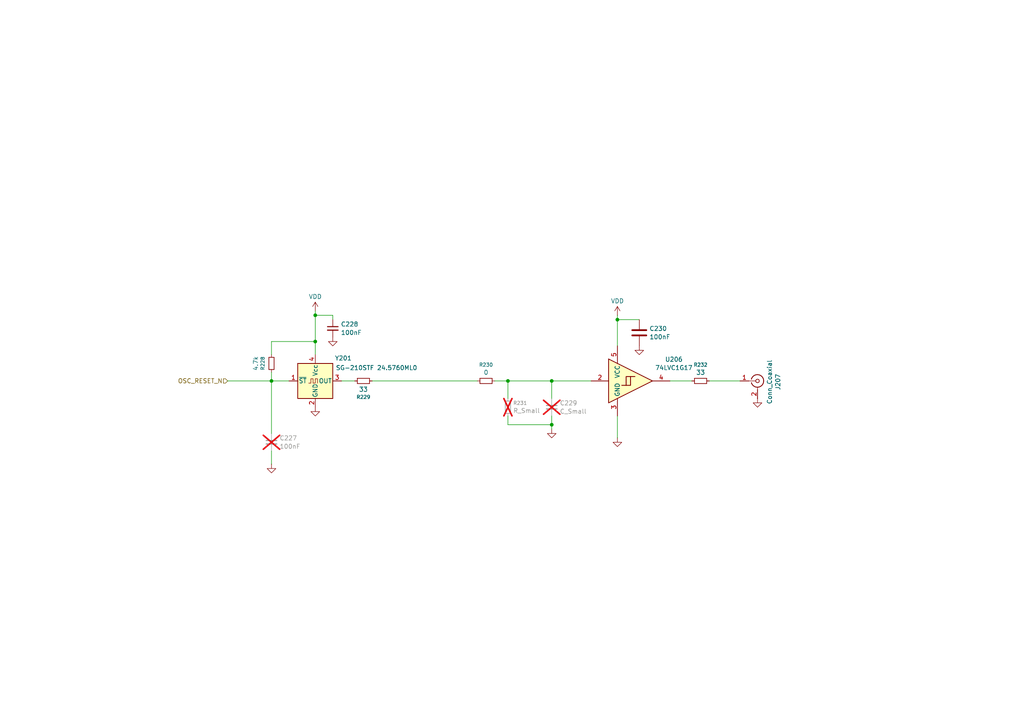
<source format=kicad_sch>
(kicad_sch (version 20250114) (generator "eeschema") (generator_version "9.0")
  (paper "A4")
  (lib_symbols
    (symbol "74xGxx:74LVC1G17"
      (property "Reference" "U" (at 0 3.81 0))
      (property "Value" "74LVC1G17" (at 0 -3.81 0))
      (symbol "74LVC1G17_0_1"
        (polyline (pts (xy -7.62 6.35) (xy -7.62 -6.35) (xy 5.08 0) (xy -7.62 6.35)) (stroke (width 0.254)) (fill (type background)))
        (polyline (pts (xy -3.81 -1.27) (xy -2.54 -1.27) (xy -2.54 1.27) (xy -1.27 1.27)) (stroke (width 0.254)) (fill (type background)))
        (polyline (pts (xy -2.54 -1.27) (xy -1.27 -1.27) (xy -1.27 1.27) (xy 0 1.27)) (stroke (width 0.254)) (fill (type background)))
      )
      (symbol "74LVC1G17_1_1"
        (pin input line (at -12.7 0 0) (length 5.08) (name "~") (number "2"))
        (pin no_connect line (at -7.62 5.08 180) (length 5.08) (hide yes) (name "NC") (number "1"))
        (pin power_in line (at -5.08 10.16 270) (length 5.08) (name "VCC") (number "5"))
        (pin power_in line (at -5.08 -10.16 90) (length 5.08) (name "GND") (number "3"))
        (pin output line (at 10.16 0 180) (length 5.08) (name "~") (number "4"))
      )
    )
    (symbol "Connector:Conn_Coaxial" (pin_names (offset 1.016) (hide yes))
      (property "Reference" "J" (at 0.254 3.048 0))
      (property "Value" "Conn_Coaxial" (at 2.921 0 90))
      (symbol "Conn_Coaxial_0_1"
        (polyline (pts (xy -2.54 0) (xy -0.508 0)))
        (arc (start 1.778 0) (mid 0.222 -1.8079) (end -1.778 -0.508) (stroke (width 0.254)))
        (arc (start -1.778 0.508) (mid 0.2221 1.8084) (end 1.778 0) (stroke (width 0.254)))
        (circle (center 0 0) (radius 0.508) (stroke (width 0.2032)))
        (polyline (pts (xy 0 -2.54) (xy 0 -1.778)))
      )
      (symbol "Conn_Coaxial_1_1"
        (pin passive line (at -5.08 0 0) (length 2.54) (name "In") (number "1"))
        (pin passive line (at 0 -5.08 90) (length 2.54) (name "Ext") (number "2"))
      )
    )
    (symbol "Device:C" (pin_numbers (hide yes)) (pin_names (offset 0.254))
      (property "Reference" "C" (at 0.635 2.54 0))
      (property "Value" "C" (at 0.635 -2.54 0))
      (symbol "C_0_1"
        (polyline (pts (xy -2.032 0.762) (xy 2.032 0.762)) (stroke (width 0.508)))
        (polyline (pts (xy -2.032 -0.762) (xy 2.032 -0.762)) (stroke (width 0.508)))
      )
      (symbol "C_1_1"
        (pin passive line (at 0 3.81 270) (length 2.794) (name "~") (number "1"))
        (pin passive line (at 0 -3.81 90) (length 2.794) (name "~") (number "2"))
      )
    )
    (symbol "Device:C_Small" (pin_numbers (hide yes)) (pin_names (offset 0.254) (hide yes))
      (property "Reference" "C" (at 0.254 1.778 0))
      (property "Value" "C_Small" (at 0.254 -2.032 0))
      (symbol "C_Small_0_1"
        (polyline (pts (xy -1.524 0.508) (xy 1.524 0.508)) (stroke (width 0.3048)))
        (polyline (pts (xy -1.524 -0.508) (xy 1.524 -0.508)) (stroke (width 0.3302)))
      )
      (symbol "C_Small_1_1"
        (pin passive line (at 0 2.54 270) (length 2.032) (name "~") (number "1"))
        (pin passive line (at 0 -2.54 90) (length 2.032) (name "~") (number "2"))
      )
    )
    (symbol "Device:R_Small" (pin_numbers (hide yes)) (pin_names (offset 0.254) (hide yes))
      (property "Reference" "R" (at 0 0 90))
      (property "Value" "R_Small" (at 1.778 0 90))
      (symbol "R_Small_0_1"
        (rectangle (start -0.762 1.778) (end 0.762 -1.778) (stroke (width 0.2032)))
      )
      (symbol "R_Small_1_1"
        (pin passive line (at 0 2.54 270) (length 0.762) (name "~") (number "1"))
        (pin passive line (at 0 -2.54 90) (length 0.762) (name "~") (number "2"))
      )
    )
    (symbol "Oscillator:SG-210STF" (pin_names (offset 0.254))
      (property "Reference" "Y" (at -5.08 6.35 0))
      (property "Value" "SG-210STF" (at 1.27 -6.35 0))
      (symbol "SG-210STF_0_1"
        (rectangle (start -5.08 5.08) (end 5.08 -5.08) (stroke (width 0.254)) (fill (type background)))
        (polyline (pts (xy -1.905 -0.635) (xy -1.27 -0.635) (xy -1.27 0.635) (xy -0.635 0.635) (xy -0.635 -0.635) (xy 0 -0.635) (xy 0 0.635) (xy 0.635 0.635) (xy 0.635 -0.635)))
      )
      (symbol "SG-210STF_1_1"
        (pin input line (at -7.62 0 0) (length 2.54) (name "~{ST}") (number "1"))
        (pin power_in line (at 0 7.62 270) (length 2.54) (name "Vcc") (number "4"))
        (pin power_in line (at 0 -7.62 90) (length 2.54) (name "GND") (number "2"))
        (pin output line (at 7.62 0 180) (length 2.54) (name "OUT") (number "3"))
      )
    )
    (symbol "power:GND" (power) (pin_numbers (hide yes)) (pin_names (offset 0) (hide yes))
      (property "Value" "GND" (at 0 -3.81 0))
      (symbol "GND_0_1"
        (polyline (pts (xy 0 0) (xy 0 -1.27) (xy 1.27 -1.27) (xy 0 -2.54) (xy -1.27 -1.27) (xy 0 -1.27)))
      )
      (symbol "GND_1_1"
        (pin power_in line (at 0 0 270) (length 0) (name "~") (number "1"))
      )
    )
    (symbol "power:VDD" (power) (pin_numbers (hide yes)) (pin_names (offset 0) (hide yes))
      (property "Value" "VDD" (at 0 3.556 0))
      (symbol "VDD_0_1"
        (polyline (pts (xy -0.762 1.27) (xy 0 2.54)))
        (polyline (pts (xy 0 2.54) (xy 0.762 1.27)))
        (polyline (pts (xy 0 0) (xy 0 2.54)))
      )
      (symbol "VDD_1_1"
        (pin power_in line (at 0 0 90) (length 0) (name "~") (number "1"))
      )
    )
  )
  (junction (at 147.32 110.49))
  (junction (at 91.44 91.44))
  (junction (at 160.02 123.19))
  (junction (at 160.02 110.49))
  (junction (at 179.07 92.71))
  (junction (at 78.74 110.49))
  (junction (at 91.44 99.06))
  (wire (pts (xy 160.02 110.49) (xy 171.45 110.49)))
  (wire (pts (xy 179.07 120.65) (xy 179.07 127)))
  (wire (pts (xy 147.32 120.65) (xy 147.32 123.19)))
  (wire (pts (xy 78.74 102.87) (xy 78.74 99.06)))
  (wire (pts (xy 91.44 99.06) (xy 91.44 102.87)))
  (wire (pts (xy 96.52 92.71) (xy 96.52 91.44)))
  (wire (pts (xy 143.51 110.49) (xy 147.32 110.49)))
  (wire (pts (xy 160.02 123.19) (xy 147.32 123.19)))
  (wire (pts (xy 78.74 110.49) (xy 78.74 107.95)))
  (wire (pts (xy 147.32 110.49) (xy 147.32 115.57)))
  (wire (pts (xy 160.02 124.46) (xy 160.02 123.19)))
  (wire (pts (xy 107.95 110.49) (xy 138.43 110.49)))
  (wire (pts (xy 160.02 120.65) (xy 160.02 123.19)))
  (wire (pts (xy 91.44 91.44) (xy 91.44 99.06)))
  (wire (pts (xy 78.74 130.81) (xy 78.74 134.62)))
  (wire (pts (xy 205.74 110.49) (xy 214.63 110.49)))
  (wire (pts (xy 147.32 110.49) (xy 160.02 110.49)))
  (wire (pts (xy 83.82 110.49) (xy 78.74 110.49)))
  (wire (pts (xy 179.07 92.71) (xy 185.42 92.71)))
  (wire (pts (xy 78.74 99.06) (xy 91.44 99.06)))
  (wire (pts (xy 179.07 91.44) (xy 179.07 92.71)))
  (wire (pts (xy 179.07 92.71) (xy 179.07 100.33)))
  (wire (pts (xy 96.52 91.44) (xy 91.44 91.44)))
  (wire (pts (xy 194.31 110.49) (xy 200.66 110.49)))
  (wire (pts (xy 160.02 110.49) (xy 160.02 115.57)))
  (wire (pts (xy 91.44 90.17) (xy 91.44 91.44)))
  (wire (pts (xy 66.04 110.49) (xy 78.74 110.49)))
  (wire (pts (xy 99.06 110.49) (xy 102.87 110.49)))
  (wire (pts (xy 78.74 110.49) (xy 78.74 125.73)))
  (hierarchical_label "OSC_RESET_N" (shape input) (at 66.04 110.49 180))
  (symbol (lib_id "power:GND") (at 179.07 127 0) (unit 1)
    (property "Reference" "#PWR0265" (effects (hide yes)))
    (property "Value" "GND" (effects (hide yes)))
    (property "Description" "Power symbol creates a global label with name \"GND\" , ground" (effects (hide yes)))
  )
  (symbol (lib_id "Connector:Conn_Coaxial") (at 219.71 110.49 0) (unit 1)
    (property "Reference" "J207" (at 225.6326 110.7832 90))
    (property "Value" "Conn_Coaxial" (at 223.2083 110.7832 90))
    (property "Footprint" "pcm3168a_euro1:SMA_Amphenol_901-144_Vertical_awl1" (effects (hide yes)))
    (property "Description" "coaxial connector (BNC, SMA, SMB, SMC, Cinch/RCA, LEMO, ...)" (effects (hide yes)))
  )
  (symbol (lib_id "Device:C_Small") (at 96.52 95.25 0) (unit 1)
    (property "Reference" "C228" (at 98.8441 94.0441 0) (effects (justify left)))
    (property "Value" "100nF" (at 98.8441 96.4684 0) (effects (justify left)))
    (property "Footprint" "Capacitor_SMD:C_0603_1608Metric" (effects (hide yes)))
    (property "Description" "Unpolarized capacitor, small symbol" (effects (hide yes)))
    (property "PN" "GCJ188R71H104KA12D" (effects (hide yes)))
  )
  (symbol (lib_id "Device:C") (at 185.42 96.52 0) (unit 1)
    (property "Reference" "C230" (at 188.341 95.3078 0) (effects (justify left)))
    (property "Value" "100nF" (at 188.341 97.7321 0) (effects (justify left)))
    (property "Footprint" "Capacitor_SMD:C_0603_1608Metric" (effects (hide yes)))
    (property "Description" "Unpolarized capacitor" (effects (hide yes)))
    (property "PN" "GCJ188R71H104KA12D" (effects (hide yes)))
  )
  (symbol (lib_id "Device:R_Small") (at 203.2 110.49 90) (unit 1)
    (property "Reference" "R232" (at 203.2 105.8133 90) (effects (font (size 1.016 1.016))))
    (property "Value" "33" (at 203.2 108.0332 90))
    (property "Footprint" "Resistor_SMD:R_0603_1608Metric" (effects (hide yes)))
    (property "Description" "Resistor, small symbol" (effects (hide yes)))
  )
  (symbol (lib_id "Device:R_Small") (at 105.41 110.49 90) (mirror x) (unit 1)
    (property "Reference" "R229" (at 105.41 115.1667 90) (effects (font (size 1.016 1.016))))
    (property "Value" "33" (at 105.41 112.9468 90))
    (property "Footprint" "Resistor_SMD:R_0603_1608Metric" (effects (hide yes)))
    (property "Description" "Resistor, small symbol" (effects (hide yes)))
  )
  (symbol (lib_id "Device:R_Small") (at 147.32 118.11 180) (unit 1) (dnp yes)
    (property "Reference" "R231" (at 148.8186 116.8978 0) (effects (font (size 1.016 1.016)) (justify right)))
    (property "Value" "R_Small" (at 148.8186 119.1177 0) (effects (justify right)))
    (property "Footprint" "Resistor_SMD:R_0603_1608Metric" (effects (hide yes)))
    (property "Description" "Resistor, small symbol" (effects (hide yes)))
  )
  (symbol (lib_id "power:GND") (at 78.74 134.62 0) (unit 1)
    (property "Reference" "#PWR0259" (effects (hide yes)))
    (property "Value" "GND" (effects (hide yes)))
    (property "Description" "Power symbol creates a global label with name \"GND\" , ground" (effects (hide yes)))
  )
  (symbol (lib_id "power:GND") (at 219.71 115.57 0) (unit 1)
    (property "Reference" "#PWR0267" (effects (hide yes)))
    (property "Value" "GND" (effects (hide yes)))
    (property "Description" "Power symbol creates a global label with name \"GND\" , ground" (effects (hide yes)))
  )
  (symbol (lib_id "power:GND") (at 160.02 124.46 0) (unit 1)
    (property "Reference" "#PWR0263" (effects (hide yes)))
    (property "Value" "GND" (effects (hide yes)))
    (property "Description" "Power symbol creates a global label with name \"GND\" , ground" (effects (hide yes)))
  )
  (symbol (lib_id "power:GND") (at 91.44 118.11 0) (unit 1)
    (property "Reference" "#PWR0261" (effects (hide yes)))
    (property "Value" "GND" (effects (hide yes)))
    (property "Description" "Power symbol creates a global label with name \"GND\" , ground" (effects (hide yes)))
  )
  (symbol (lib_id "power:VDD") (at 91.44 90.17 0) (unit 1)
    (property "Reference" "#PWR0260" (effects (hide yes)))
    (property "Value" "VDD" (at 91.44 86.0369 0))
    (property "Description" "Power symbol creates a global label with name \"VDD\"" (effects (hide yes)))
  )
  (symbol (lib_id "power:GND") (at 185.42 100.33 0) (unit 1)
    (property "Reference" "#PWR0266" (effects (hide yes)))
    (property "Value" "GND" (effects (hide yes)))
    (property "Description" "Power symbol creates a global label with name \"GND\" , ground" (effects (hide yes)))
  )
  (symbol (lib_id "power:VDD") (at 179.07 91.44 0) (unit 1)
    (property "Reference" "#PWR0264" (effects (hide yes)))
    (property "Value" "VDD" (at 179.07 87.3069 0))
    (property "Description" "Power symbol creates a global label with name \"VDD\"" (effects (hide yes)))
  )
  (symbol (lib_id "Device:C_Small") (at 160.02 118.11 0) (unit 1) (dnp yes)
    (property "Reference" "C229" (at 162.3441 116.9041 0) (effects (justify left)))
    (property "Value" "C_Small" (at 162.3441 119.3284 0) (effects (justify left)))
    (property "Footprint" "Capacitor_SMD:C_0603_1608Metric" (effects (hide yes)))
    (property "Description" "Unpolarized capacitor, small symbol" (effects (hide yes)))
  )
  (symbol (lib_id "Oscillator:SG-210STF") (at 91.44 110.49 0) (unit 1)
    (property "Reference" "Y201" (at 99.568 103.886 0))
    (property "Value" "SG-210STF 24.5760ML0" (at 109.22 106.68 0) (effects (font (thickness 0.1588))))
    (property "Footprint" "Oscillator:Oscillator_SMD_SeikoEpson_SG210-4Pin_2.5x2.0mm" (effects (hide yes)))
    (property "Datasheet" "https://support.epson.biz/td/api/doc_check.php?mode=dl&lang=en&Parts=SG-210STF" (effects (hide yes)))
    (property "Description" "CMOS Crystal Oscillator SPXO" (effects (hide yes)))
    (property "PN" "SG-210STF 24.5760ML0" (effects (hide yes)))
  )
  (symbol (lib_id "Device:C_Small") (at 78.74 128.27 0) (unit 1) (dnp yes)
    (property "Reference" "C227" (at 81.0641 127.0641 0) (effects (justify left)))
    (property "Value" "100nF" (at 81.0641 129.4884 0) (effects (justify left)))
    (property "Footprint" "Capacitor_SMD:C_0603_1608Metric" (effects (hide yes)))
    (property "Description" "Unpolarized capacitor, small symbol" (effects (hide yes)))
  )
  (symbol (lib_id "Device:R_Small") (at 140.97 110.49 90) (unit 1)
    (property "Reference" "R230" (at 140.97 105.8133 90) (effects (font (size 1.016 1.016))))
    (property "Value" "0" (at 140.97 108.0332 90))
    (property "Footprint" "Resistor_SMD:R_0603_1608Metric" (effects (hide yes)))
    (property "Description" "Resistor, small symbol" (effects (hide yes)))
    (property "PN" "CRCW06030000Z0EA" (effects (hide yes)))
  )
  (symbol (lib_id "74xGxx:74LVC1G17") (at 184.15 110.49 0) (unit 1)
    (property "Reference" "U206" (at 195.4553 104.2434 0))
    (property "Value" "74LVC1G17" (at 195.4553 106.6677 0))
    (property "Footprint" "Package_TO_SOT_SMD:SOT-23-5" (effects (hide yes)))
    (property "Datasheet" "https://www.ti.com/lit/ds/symlink/sn74lvc1g17.pdf" (effects (hide yes)))
    (property "Description" "Single Schmitt Buffer Gate, Low-Voltage CMOS" (effects (hide yes)))
    (property "PN" "SN74LVC1G17DBVR" (effects (hide yes)))
  )
  (symbol (lib_id "power:GND") (at 96.52 97.79 0) (unit 1)
    (property "Reference" "#PWR0262" (effects (hide yes)))
    (property "Value" "GND" (effects (hide yes)))
    (property "Description" "Power symbol creates a global label with name \"GND\" , ground" (effects (hide yes)))
  )
  (symbol (lib_id "Device:R_Small") (at 78.74 105.41 0) (unit 1)
    (property "Reference" "R228" (at 76.2 105.41 90) (effects (font (size 1.016 1.016))))
    (property "Value" "4.7k" (at 74.168 105.41 90))
    (property "Footprint" "Resistor_SMD:R_0603_1608Metric" (effects (hide yes)))
    (property "Description" "Resistor, small symbol" (effects (hide yes)))
    (property "PN" "ERA-3AEB472V" (effects (hide yes)))
  )
)
</source>
